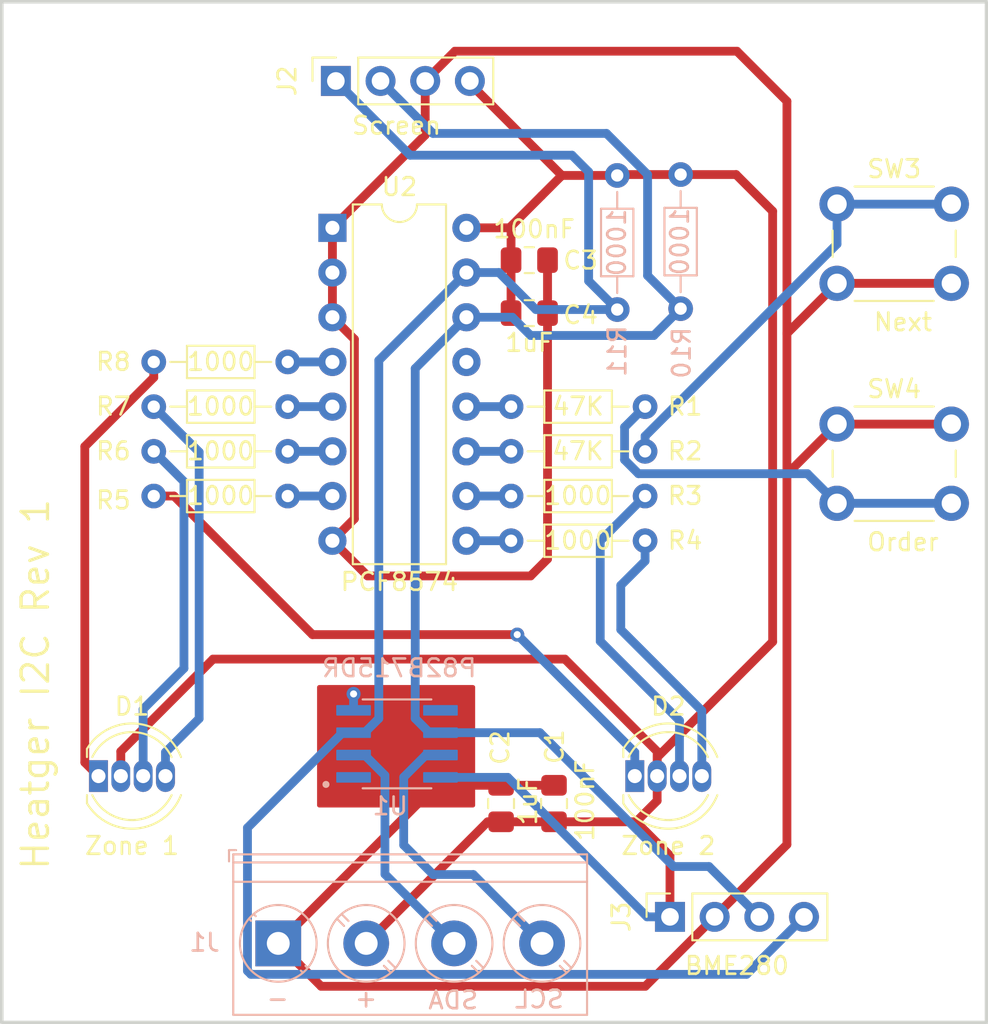
<source format=kicad_pcb>
(kicad_pcb (version 20221018) (generator pcbnew)
  (title_block (title "Hetager I2C") (rev "1"))
  (layers (0 "F.Cu" signal) (31 "B.Cu" signal) (34 "B.Paste" user) (35 "F.Paste" user) (36 "B.SilkS" user "B.Silkscreen") (37 "F.SilkS" user "F.Silkscreen") (38 "B.Mask" user) (39 "F.Mask" user) (44 "Edge.Cuts" user))
  (net 0 "")
  (net 1 "Net-(D1-RK)")
  (net 2 "+5V")
  (net 3 "Net-(D1-GK)")
  (net 4 "Net-(D1-BK)")
  (net 5 "Net-(D2-RK)")
  (net 6 "Net-(D2-GK)")
  (net 7 "Net-(D2-BK)")
  (net 8 "GND")
  (net 9 "Net-(J2-Pin_1)")
  (net 10 "Net-(J2-Pin_2)")
  (net 11 "Net-(U2-P7)")
  (net 12 "Net-(R1-Pad2)")
  (net 13 "Net-(U2-P6)")
  (net 14 "Net-(R2-Pad2)")
  (net 15 "Net-(U2-P5)")
  (net 16 "Net-(U2-P4)")
  (net 17 "Net-(U2-P3)")
  (net 18 "Net-(U2-P2)")
  (net 19 "Net-(U2-P1)")
  (net 20 "Net-(U2-P0)")
  (net 22 "Net-(J1-Pin_4)")
  (net 23 "Net-(J1-Pin_3)")
  (footprint "Button_Switch_THT:SW_PUSH_6mm" (layer "F.Cu") (at 158.5 50.5)
    (fp_text reference "SW3" (at 3.25 -2) (layer "F.SilkS"))
    (fp_text value "Next" (at 3.75 6.7) (layer "F.SilkS"))
    (fp_line (start -0.25 1.5) (end -0.25 3) (stroke (width 0.12)) (layer "F.SilkS"))
    (fp_line (start 1 5.5) (end 5.5 5.5) (stroke (width 0.12)) (layer "F.SilkS"))
    (fp_line (start 5.5 -1) (end 1 -1) (stroke (width 0.12)) (layer "F.SilkS"))
    (fp_line (start 6.75 3) (end 6.75 1.5) (stroke (width 0.12)) (layer "F.SilkS"))
    (pad "1" thru_hole circle (at 0 0 90) (size 2 2) (drill 1.1) (layers "*.Cu" "*.Mask") (net 14 "Net-(R2-Pad2)"))
    (pad "1" thru_hole circle (at 6.5 0 90) (size 2 2) (drill 1.1) (layers "*.Cu" "*.Mask") (net 14 "Net-(R2-Pad2)"))
    (pad "2" thru_hole circle (at 0 4.5 90) (size 2 2) (drill 1.1) (layers "*.Cu" "*.Mask") (net 8 "GND"))
    (pad "2" thru_hole circle (at 6.5 4.5 90) (size 2 2) (drill 1.1) (layers "*.Cu" "*.Mask") (net 8 "GND"))
  )
  (footprint "Capacitor_SMD:C_0805_2012Metric_Pad1.18x1.45mm_HandSolder" (layer "F.Cu") (at 139.3952 84.5605 -90)
    (fp_text reference "C2" (at -3.1789 0.0508 90) (layer "F.SilkS"))
    (fp_text value "1uF" (at -0.1309 -1.524 90) (layer "F.SilkS"))
    (fp_line (start -0.261252 -0.735) (end 0.261252 -0.735) (stroke (width 0.12)) (layer "F.SilkS"))
    (fp_line (start -0.261252 0.735) (end 0.261252 0.735) (stroke (width 0.12)) (layer "F.SilkS"))
    (pad "1" smd roundrect (at -1.0375 0 270) (size 1.175 1.45) (layers "F.Cu" "F.Paste" "F.Mask") (roundrect_rratio 0.2127659574) (net 8 "GND"))
    (pad "2" smd roundrect (at 1.0375 0 270) (size 1.175 1.45) (layers "F.Cu" "F.Paste" "F.Mask") (roundrect_rratio 0.2127659574) (net 2 "+5V"))
  )
  (footprint "Resistor_THT:R_Axial_DIN0204_L3.6mm_D1.6mm_P7.62mm_Horizontal" (layer "F.Cu") (at 139.964 62.007)
    (fp_text reference "R1" (at 9.896 -0.015) (layer "F.SilkS"))
    (fp_text value "47K" (at 3.81 -0.015) (layer "F.SilkS"))
    (fp_line (start 0.94 0) (end 1.89 0) (stroke (width 0.12)) (layer "F.SilkS"))
    (fp_line (start 1.89 -0.92) (end 1.89 0.92) (stroke (width 0.12)) (layer "F.SilkS"))
    (fp_line (start 1.89 0.92) (end 5.73 0.92) (stroke (width 0.12)) (layer "F.SilkS"))
    (fp_line (start 5.73 -0.92) (end 1.89 -0.92) (stroke (width 0.12)) (layer "F.SilkS"))
    (fp_line (start 5.73 0.92) (end 5.73 -0.92) (stroke (width 0.12)) (layer "F.SilkS"))
    (fp_line (start 6.68 0) (end 5.73 0) (stroke (width 0.12)) (layer "F.SilkS"))
    (pad "1" thru_hole circle (at 0 0) (size 1.4 1.4) (drill 0.7) (layers "*.Cu" "*.Mask") (net 11 "Net-(U2-P7)"))
    (pad "2" thru_hole oval (at 7.62 0) (size 1.4 1.4) (drill 0.7) (layers "*.Cu" "*.Mask") (net 12 "Net-(R1-Pad2)"))
  )
  (footprint "MountingHole:MountingHole_2.1mm" (layer "F.Cu") (at 149 73.5)
    (fp_text reference "REF**" hide)
    (fp_text value "MountingHole_2.1mm" hide)
    (pad "" np_thru_hole circle (at 0 0) (size 2.1 2.1) (drill 2.1) (layers "F&B.Cu" "*.Mask"))
  )
  (footprint "Resistor_THT:R_Axial_DIN0204_L3.6mm_D1.6mm_P7.62mm_Horizontal" (layer "F.Cu") (at 127.264 64.547 180)
    (fp_text reference "R6" (at 9.916 0.015 180) (layer "F.SilkS"))
    (fp_text value "1000" (at 3.82 0.015 180) (layer "F.SilkS"))
    (fp_line (start 0.94 0) (end 1.89 0) (stroke (width 0.12)) (layer "F.SilkS"))
    (fp_line (start 1.89 -0.92) (end 1.89 0.92) (stroke (width 0.12)) (layer "F.SilkS"))
    (fp_line (start 1.89 0.92) (end 5.73 0.92) (stroke (width 0.12)) (layer "F.SilkS"))
    (fp_line (start 5.73 -0.92) (end 1.89 -0.92) (stroke (width 0.12)) (layer "F.SilkS"))
    (fp_line (start 5.73 0.92) (end 5.73 -0.92) (stroke (width 0.12)) (layer "F.SilkS"))
    (fp_line (start 6.68 0) (end 5.73 0) (stroke (width 0.12)) (layer "F.SilkS"))
    (pad "1" thru_hole circle (at 0 0 180) (size 1.4 1.4) (drill 0.7) (layers "*.Cu" "*.Mask") (net 18 "Net-(U2-P2)"))
    (pad "2" thru_hole oval (at 7.62 0 180) (size 1.4 1.4) (drill 0.7) (layers "*.Cu" "*.Mask") (net 3 "Net-(D1-GK)"))
  )
  (footprint "Resistor_THT:R_Axial_DIN0204_L3.6mm_D1.6mm_P7.62mm_Horizontal" (layer "F.Cu") (at 139.964 69.627)
    (fp_text reference "R4" (at 9.896 -0.015) (layer "F.SilkS"))
    (fp_text value "1000" (at 3.8 -0.015) (layer "F.SilkS"))
    (fp_line (start 0.94 0) (end 1.89 0) (stroke (width 0.12)) (layer "F.SilkS"))
    (fp_line (start 1.89 -0.92) (end 1.89 0.92) (stroke (width 0.12)) (layer "F.SilkS"))
    (fp_line (start 1.89 0.92) (end 5.73 0.92) (stroke (width 0.12)) (layer "F.SilkS"))
    (fp_line (start 5.73 -0.92) (end 1.89 -0.92) (stroke (width 0.12)) (layer "F.SilkS"))
    (fp_line (start 5.73 0.92) (end 5.73 -0.92) (stroke (width 0.12)) (layer "F.SilkS"))
    (fp_line (start 6.68 0) (end 5.73 0) (stroke (width 0.12)) (layer "F.SilkS"))
    (pad "1" thru_hole circle (at 0 0) (size 1.4 1.4) (drill 0.7) (layers "*.Cu" "*.Mask") (net 16 "Net-(U2-P4)"))
    (pad "2" thru_hole oval (at 7.62 0) (size 1.4 1.4) (drill 0.7) (layers "*.Cu" "*.Mask") (net 7 "Net-(D2-BK)"))
  )
  (footprint "Capacitor_SMD:C_0805_2012Metric_Pad1.18x1.45mm_HandSolder" (layer "F.Cu") (at 140.9993 56.6928)
    (fp_text reference "C4" (at 2.9171 0.1016) (layer "F.SilkS"))
    (fp_text value "1uF" (at 0 1.68) (layer "F.SilkS"))
    (fp_line (start -0.261252 -0.735) (end 0.261252 -0.735) (stroke (width 0.12)) (layer "F.SilkS"))
    (fp_line (start -0.261252 0.735) (end 0.261252 0.735) (stroke (width 0.12)) (layer "F.SilkS"))
    (pad "1" smd roundrect (at -1.0375 0) (size 1.175 1.45) (layers "F.Cu" "F.Paste" "F.Mask") (roundrect_rratio 0.2127659574) (net 2 "+5V"))
    (pad "2" smd roundrect (at 1.0375 0) (size 1.175 1.45) (layers "F.Cu" "F.Paste" "F.Mask") (roundrect_rratio 0.2127659574) (net 8 "GND"))
  )
  (footprint "MountingHole:MountingHole_2.1mm" (layer "F.Cu") (at 114 92.75)
    (fp_text reference "REF**" hide)
    (fp_text value "MountingHole_2.1mm" hide)
    (pad "" np_thru_hole circle (at 0 0) (size 2.1 2.1) (drill 2.1) (layers "F&B.Cu" "*.Mask"))
  )
  (footprint "Resistor_THT:R_Axial_DIN0204_L3.6mm_D1.6mm_P7.62mm_Horizontal" (layer "F.Cu") (at 127.264 67.087 180)
    (fp_text reference "R5" (at 9.916 -0.239 180) (layer "F.SilkS"))
    (fp_text value "1000" (at 3.82 0.015 180) (layer "F.SilkS"))
    (fp_line (start 0.94 0) (end 1.89 0) (stroke (width 0.12)) (layer "F.SilkS"))
    (fp_line (start 1.89 -0.92) (end 1.89 0.92) (stroke (width 0.12)) (layer "F.SilkS"))
    (fp_line (start 1.89 0.92) (end 5.73 0.92) (stroke (width 0.12)) (layer "F.SilkS"))
    (fp_line (start 5.73 -0.92) (end 1.89 -0.92) (stroke (width 0.12)) (layer "F.SilkS"))
    (fp_line (start 5.73 0.92) (end 5.73 -0.92) (stroke (width 0.12)) (layer "F.SilkS"))
    (fp_line (start 6.68 0) (end 5.73 0) (stroke (width 0.12)) (layer "F.SilkS"))
    (pad "1" thru_hole circle (at 0 0 180) (size 1.4 1.4) (drill 0.7) (layers "*.Cu" "*.Mask") (net 17 "Net-(U2-P3)"))
    (pad "2" thru_hole oval (at 7.62 0 180) (size 1.4 1.4) (drill 0.7) (layers "*.Cu" "*.Mask") (net 5 "Net-(D2-RK)"))
  )
  (footprint "MountingHole:MountingHole_2.1mm" (layer "F.Cu") (at 114 42)
    (fp_text reference "REF**" hide)
    (fp_text value "MountingHole_2.1mm" hide)
    (pad "" np_thru_hole circle (at 0 0) (size 2.1 2.1) (drill 2.1) (layers "*.Cu" "*.Mask"))
  )
  (footprint "Capacitor_SMD:C_0805_2012Metric_Pad1.18x1.45mm_HandSolder" (layer "F.Cu") (at 142.4052 84.5605 -90)
    (fp_text reference "C1" (at -3.2297 -0.038 90) (layer "F.SilkS"))
    (fp_text value "100nF" (at -0.1817 -1.7652 90) (layer "F.SilkS"))
    (fp_line (start -0.261252 -0.735) (end 0.261252 -0.735) (stroke (width 0.12)) (layer "F.SilkS"))
    (fp_line (start -0.261252 0.735) (end 0.261252 0.735) (stroke (width 0.12)) (layer "F.SilkS"))
    (pad "1" smd roundrect (at -1.0375 0 270) (size 1.175 1.45) (layers "F.Cu" "F.Paste" "F.Mask") (roundrect_rratio 0.2127659574) (net 8 "GND"))
    (pad "2" smd roundrect (at 1.0375 0 270) (size 1.175 1.45) (layers "F.Cu" "F.Paste" "F.Mask") (roundrect_rratio 0.2127659574) (net 2 "+5V"))
  )
  (footprint "Connector_PinSocket_2.54mm:PinSocket_1x04_P2.54mm_Vertical" (layer "F.Cu") (at 130 43.5 90)
    (fp_text reference "J2" (at 0 -2.77 90) (layer "F.SilkS"))
    (fp_text value "Screen" (at -2.5328 3.4516 180) (layer "F.SilkS"))
    (fp_line (start -1.33 1.27) (end -1.33 8.95) (stroke (width 0.12)) (layer "F.SilkS"))
    (fp_line (start -1.33 1.27) (end 1.33 1.27) (stroke (width 0.12)) (layer "F.SilkS"))
    (fp_line (start -1.33 8.95) (end 1.33 8.95) (stroke (width 0.12)) (layer "F.SilkS"))
    (fp_line (start 0 -1.33) (end 1.33 -1.33) (stroke (width 0.12)) (layer "F.SilkS"))
    (fp_line (start 1.33 -1.33) (end 1.33 0) (stroke (width 0.12)) (layer "F.SilkS"))
    (fp_line (start 1.33 1.27) (end 1.33 8.95) (stroke (width 0.12)) (layer "F.SilkS"))
    (pad "1" thru_hole rect (at 0 0 90) (size 1.7 1.7) (drill 1) (layers "*.Cu" "*.Mask") (net 9 "Net-(J2-Pin_1)"))
    (pad "2" thru_hole oval (at 0 2.54 90) (size 1.7 1.7) (drill 1) (layers "*.Cu" "*.Mask") (net 10 "Net-(J2-Pin_2)"))
    (pad "3" thru_hole oval (at 0 5.08 90) (size 1.7 1.7) (drill 1) (layers "*.Cu" "*.Mask") (net 8 "GND"))
    (pad "4" thru_hole oval (at 0 7.62 90) (size 1.7 1.7) (drill 1) (layers "*.Cu" "*.Mask") (net 2 "+5V"))
  )
  (footprint "Package_DIP:DIP-16_W7.62mm" (layer "F.Cu") (at 129.804 51.847)
    (fp_text reference "U2" (at 3.81 -2.33) (layer "F.SilkS"))
    (fp_text value "PCF8574" (at 3.81 20.11) (layer "F.SilkS"))
    (fp_line (start 1.16 -1.33) (end 1.16 19.11) (stroke (width 0.12)) (layer "F.SilkS"))
    (fp_line (start 1.16 19.11) (end 6.46 19.11) (stroke (width 0.12)) (layer "F.SilkS"))
    (fp_line (start 2.81 -1.33) (end 1.16 -1.33) (stroke (width 0.12)) (layer "F.SilkS"))
    (fp_line (start 6.46 -1.33) (end 4.81 -1.33) (stroke (width 0.12)) (layer "F.SilkS"))
    (fp_line (start 6.46 19.11) (end 6.46 -1.33) (stroke (width 0.12)) (layer "F.SilkS"))
    (fp_arc (start 4.81 -1.33) (mid 3.81 -0.33) (end 2.81 -1.33) (stroke (width 0.12)) (layer "F.SilkS"))
    (pad "1" thru_hole rect (at 0 0) (size 1.6 1.6) (drill 0.8) (layers "*.Cu" "*.Mask") (net 8 "GND"))
    (pad "2" thru_hole oval (at 0 2.54) (size 1.6 1.6) (drill 0.8) (layers "*.Cu" "*.Mask") (net 8 "GND"))
    (pad "3" thru_hole oval (at 0 5.08) (size 1.6 1.6) (drill 0.8) (layers "*.Cu" "*.Mask") (net 8 "GND"))
    (pad "4" thru_hole oval (at 0 7.62) (size 1.6 1.6) (drill 0.8) (layers "*.Cu" "*.Mask") (net 20 "Net-(U2-P0)"))
    (pad "5" thru_hole oval (at 0 10.16) (size 1.6 1.6) (drill 0.8) (layers "*.Cu" "*.Mask") (net 19 "Net-(U2-P1)"))
    (pad "6" thru_hole oval (at 0 12.7) (size 1.6 1.6) (drill 0.8) (layers "*.Cu" "*.Mask") (net 18 "Net-(U2-P2)"))
    (pad "7" thru_hole oval (at 0 15.24) (size 1.6 1.6) (drill 0.8) (layers "*.Cu" "*.Mask") (net 17 "Net-(U2-P3)"))
    (pad "8" thru_hole oval (at 0 17.78) (size 1.6 1.6) (drill 0.8) (layers "*.Cu" "*.Mask") (net 8 "GND"))
    (pad "9" thru_hole oval (at 7.62 17.78) (size 1.6 1.6) (drill 0.8) (layers "*.Cu" "*.Mask") (net 16 "Net-(U2-P4)"))
    (pad "10" thru_hole oval (at 7.62 15.24) (size 1.6 1.6) (drill 0.8) (layers "*.Cu" "*.Mask") (net 15 "Net-(U2-P5)"))
    (pad "11" thru_hole oval (at 7.62 12.7) (size 1.6 1.6) (drill 0.8) (layers "*.Cu" "*.Mask") (net 13 "Net-(U2-P6)"))
    (pad "12" thru_hole oval (at 7.62 10.16) (size 1.6 1.6) (drill 0.8) (layers "*.Cu" "*.Mask") (net 11 "Net-(U2-P7)"))
    (pad "13" thru_hole oval (at 7.62 7.62) (size 1.6 1.6) (drill 0.8) (layers "*.Cu" "*.Mask"))
    (pad "14" thru_hole oval (at 7.62 5.08) (size 1.6 1.6) (drill 0.8) (layers "*.Cu" "*.Mask") (net 10 "Net-(J2-Pin_2)"))
    (pad "15" thru_hole oval (at 7.62 2.54) (size 1.6 1.6) (drill 0.8) (layers "*.Cu" "*.Mask") (net 9 "Net-(J2-Pin_1)"))
    (pad "16" thru_hole oval (at 7.62 0) (size 1.6 1.6) (drill 0.8) (layers "*.Cu" "*.Mask") (net 2 "+5V"))
  )
  (footprint "Connector_PinSocket_2.54mm:PinSocket_1x04_P2.54mm_Vertical" (layer "F.Cu") (at 149 91 90)
    (fp_text reference "J3" (at 0 -2.77 90) (layer "F.SilkS"))
    (fp_text value "BME280" (at -2.7768 3.8064 180) (layer "F.SilkS"))
    (fp_line (start -1.33 1.27) (end -1.33 8.95) (stroke (width 0.12)) (layer "F.SilkS"))
    (fp_line (start -1.33 1.27) (end 1.33 1.27) (stroke (width 0.12)) (layer "F.SilkS"))
    (fp_line (start -1.33 8.95) (end 1.33 8.95) (stroke (width 0.12)) (layer "F.SilkS"))
    (fp_line (start 0 -1.33) (end 1.33 -1.33) (stroke (width 0.12)) (layer "F.SilkS"))
    (fp_line (start 1.33 -1.33) (end 1.33 0) (stroke (width 0.12)) (layer "F.SilkS"))
    (fp_line (start 1.33 1.27) (end 1.33 8.95) (stroke (width 0.12)) (layer "F.SilkS"))
    (pad "1" thru_hole rect (at 0 0 90) (size 1.7 1.7) (drill 1) (layers "*.Cu" "*.Mask") (net 2 "+5V"))
    (pad "2" thru_hole oval (at 0 2.54 90) (size 1.7 1.7) (drill 1) (layers "*.Cu" "*.Mask") (net 8 "GND"))
    (pad "3" thru_hole oval (at 0 5.08 90) (size 1.7 1.7) (drill 1) (layers "*.Cu" "*.Mask") (net 10 "Net-(J2-Pin_2)"))
    (pad "4" thru_hole oval (at 0 7.62 90) (size 1.7 1.7) (drill 1) (layers "*.Cu" "*.Mask") (net 9 "Net-(J2-Pin_1)"))
  )
  (footprint "MountingHole:MountingHole_2.1mm" (layer "F.Cu") (at 149 45)
    (fp_text reference "REF**" hide)
    (fp_text value "MountingHole_2.1mm" hide)
    (pad "" np_thru_hole circle (at 0 0) (size 2.1 2.1) (drill 2.1) (layers "F&B.Cu" "*.Mask"))
  )
  (footprint "Capacitor_SMD:C_0805_2012Metric_Pad1.18x1.45mm_HandSolder" (layer "F.Cu") (at 140.9993 53.6828)
    (fp_text reference "C3" (at 2.9171 0.0128) (layer "F.SilkS"))
    (fp_text value "100nF" (at 0.2755 -1.7652) (layer "F.SilkS"))
    (fp_line (start -0.261252 -0.735) (end 0.261252 -0.735) (stroke (width 0.12)) (layer "F.SilkS"))
    (fp_line (start -0.261252 0.735) (end 0.261252 0.735) (stroke (width 0.12)) (layer "F.SilkS"))
    (pad "1" smd roundrect (at -1.0375 0) (size 1.175 1.45) (layers "F.Cu" "F.Paste" "F.Mask") (roundrect_rratio 0.2127659574) (net 2 "+5V"))
    (pad "2" smd roundrect (at 1.0375 0) (size 1.175 1.45) (layers "F.Cu" "F.Paste" "F.Mask") (roundrect_rratio 0.2127659574) (net 8 "GND"))
  )
  (footprint "LED_THT:LED_D5.0mm-4_RGB" (layer "F.Cu") (at 116.5 83)
    (fp_text reference "D1" (at 1.905 -3.96) (layer "F.SilkS"))
    (fp_text value "Zone 1" (at 1.905 3.96) (layer "F.SilkS"))
    (fp_line (start -0.655 -1.545) (end -0.655 -1.08) (stroke (width 0.12)) (layer "F.SilkS"))
    (fp_line (start -0.655 1.08) (end -0.655 1.545) (stroke (width 0.12)) (layer "F.SilkS"))
    (fp_arc (start -0.655 -1.54483) (mid 2.163456 -2.978809) (end 4.692815 -1.080827) (stroke (width 0.12)) (layer "F.SilkS"))
    (fp_arc (start -0.349684 -1.08) (mid 1.904762 -2.5) (end 4.159479 -1.080429) (stroke (width 0.12)) (layer "F.SilkS"))
    (fp_arc (start 4.159479 1.080429) (mid 1.904762 2.5) (end -0.349684 1.08) (stroke (width 0.12)) (layer "F.SilkS"))
    (fp_arc (start 4.692815 1.080827) (mid 2.163456 2.978808) (end -0.655 1.54483) (stroke (width 0.12)) (layer "F.SilkS"))
    (pad "1" thru_hole rect (at 0 0) (size 1.07 1.8) (drill 0.8) (layers "*.Cu" "*.Mask") (net 1 "Net-(D1-RK)"))
    (pad "2" thru_hole oval (at 1.27 0) (size 1.07 1.8) (drill 0.8) (layers "*.Cu" "*.Mask") (net 2 "+5V"))
    (pad "3" thru_hole oval (at 2.54 0) (size 1.07 1.8) (drill 0.8) (layers "*.Cu" "*.Mask") (net 3 "Net-(D1-GK)"))
    (pad "4" thru_hole oval (at 3.81 0) (size 1.07 1.8) (drill 0.8) (layers "*.Cu" "*.Mask") (net 4 "Net-(D1-BK)"))
  )
  (footprint "Resistor_THT:R_Axial_DIN0204_L3.6mm_D1.6mm_P7.62mm_Horizontal" (layer "F.Cu") (at 139.964 67.087)
    (fp_text reference "R3" (at 9.896 -0.015) (layer "F.SilkS"))
    (fp_text value "1000" (at 3.8 -0.015) (layer "F.SilkS"))
    (fp_line (start 0.94 0) (end 1.89 0) (stroke (width 0.12)) (layer "F.SilkS"))
    (fp_line (start 1.89 -0.92) (end 1.89 0.92) (stroke (width 0.12)) (layer "F.SilkS"))
    (fp_line (start 1.89 0.92) (end 5.73 0.92) (stroke (width 0.12)) (layer "F.SilkS"))
    (fp_line (start 5.73 -0.92) (end 1.89 -0.92) (stroke (width 0.12)) (layer "F.SilkS"))
    (fp_line (start 5.73 0.92) (end 5.73 -0.92) (stroke (width 0.12)) (layer "F.SilkS"))
    (fp_line (start 6.68 0) (end 5.73 0) (stroke (width 0.12)) (layer "F.SilkS"))
    (pad "1" thru_hole circle (at 0 0) (size 1.4 1.4) (drill 0.7) (layers "*.Cu" "*.Mask") (net 15 "Net-(U2-P5)"))
    (pad "2" thru_hole oval (at 7.62 0) (size 1.4 1.4) (drill 0.7) (layers "*.Cu" "*.Mask") (net 6 "Net-(D2-GK)"))
  )
  (footprint "Resistor_THT:R_Axial_DIN0204_L3.6mm_D1.6mm_P7.62mm_Horizontal" (layer "F.Cu") (at 139.964 64.547)
    (fp_text reference "R2" (at 9.896 -0.015) (layer "F.SilkS"))
    (fp_text value "47K" (at 3.8 -0.015) (layer "F.SilkS"))
    (fp_line (start 0.94 0) (end 1.89 0) (stroke (width 0.12)) (layer "F.SilkS"))
    (fp_line (start 1.89 -0.92) (end 1.89 0.92) (stroke (width 0.12)) (layer "F.SilkS"))
    (fp_line (start 1.89 0.92) (end 5.73 0.92) (stroke (width 0.12)) (layer "F.SilkS"))
    (fp_line (start 5.73 -0.92) (end 1.89 -0.92) (stroke (width 0.12)) (layer "F.SilkS"))
    (fp_line (start 5.73 0.92) (end 5.73 -0.92) (stroke (width 0.12)) (layer "F.SilkS"))
    (fp_line (start 6.68 0) (end 5.73 0) (stroke (width 0.12)) (layer "F.SilkS"))
    (pad "1" thru_hole circle (at 0 0) (size 1.4 1.4) (drill 0.7) (layers "*.Cu" "*.Mask") (net 13 "Net-(U2-P6)"))
    (pad "2" thru_hole oval (at 7.62 0) (size 1.4 1.4) (drill 0.7) (layers "*.Cu" "*.Mask") (net 14 "Net-(R2-Pad2)"))
  )
  (footprint "Resistor_THT:R_Axial_DIN0204_L3.6mm_D1.6mm_P7.62mm_Horizontal" (layer "F.Cu") (at 127.264 62.007 180)
    (fp_text reference "R7" (at 9.916 0.015 180) (layer "F.SilkS"))
    (fp_text value "1000" (at 3.82 0.015 180) (layer "F.SilkS"))
    (fp_line (start 0.94 0) (end 1.89 0) (stroke (width 0.12)) (layer "F.SilkS"))
    (fp_line (start 1.89 -0.92) (end 1.89 0.92) (stroke (width 0.12)) (layer "F.SilkS"))
    (fp_line (start 1.89 0.92) (end 5.73 0.92) (stroke (width 0.12)) (layer "F.SilkS"))
    (fp_line (start 5.73 -0.92) (end 1.89 -0.92) (stroke (width 0.12)) (layer "F.SilkS"))
    (fp_line (start 5.73 0.92) (end 5.73 -0.92) (stroke (width 0.12)) (layer "F.SilkS"))
    (fp_line (start 6.68 0) (end 5.73 0) (stroke (width 0.12)) (layer "F.SilkS"))
    (pad "1" thru_hole circle (at 0 0 180) (size 1.4 1.4) (drill 0.7) (layers "*.Cu" "*.Mask") (net 19 "Net-(U2-P1)"))
    (pad "2" thru_hole oval (at 7.62 0 180) (size 1.4 1.4) (drill 0.7) (layers "*.Cu" "*.Mask") (net 4 "Net-(D1-BK)"))
  )
  (footprint "Resistor_THT:R_Axial_DIN0204_L3.6mm_D1.6mm_P7.62mm_Horizontal" (layer "F.Cu") (at 127.264 59.467 180)
    (fp_text reference "R8" (at 9.916 0.015 180) (layer "F.SilkS"))
    (fp_text value "1000" (at 3.81 0.015 180) (layer "F.SilkS"))
    (fp_line (start 0.94 0) (end 1.89 0) (stroke (width 0.12)) (layer "F.SilkS"))
    (fp_line (start 1.89 -0.92) (end 1.89 0.92) (stroke (width 0.12)) (layer "F.SilkS"))
    (fp_line (start 1.89 0.92) (end 5.73 0.92) (stroke (width 0.12)) (layer "F.SilkS"))
    (fp_line (start 5.73 -0.92) (end 1.89 -0.92) (stroke (width 0.12)) (layer "F.SilkS"))
    (fp_line (start 5.73 0.92) (end 5.73 -0.92) (stroke (width 0.12)) (layer "F.SilkS"))
    (fp_line (start 6.68 0) (end 5.73 0) (stroke (width 0.12)) (layer "F.SilkS"))
    (pad "1" thru_hole circle (at 0 0 180) (size 1.4 1.4) (drill 0.7) (layers "*.Cu" "*.Mask") (net 20 "Net-(U2-P0)"))
    (pad "2" thru_hole oval (at 7.62 0 180) (size 1.4 1.4) (drill 0.7) (layers "*.Cu" "*.Mask") (net 1 "Net-(D1-RK)"))
  )
  (footprint "Button_Switch_THT:SW_PUSH_6mm" (layer "F.Cu") (at 158.5 63)
    (fp_text reference "SW4" (at 3.25 -2) (layer "F.SilkS"))
    (fp_text value "Order" (at 3.75 6.7) (layer "F.SilkS"))
    (fp_line (start -0.25 1.5) (end -0.25 3) (stroke (width 0.12)) (layer "F.SilkS"))
    (fp_line (start 1 5.5) (end 5.5 5.5) (stroke (width 0.12)) (layer "F.SilkS"))
    (fp_line (start 5.5 -1) (end 1 -1) (stroke (width 0.12)) (layer "F.SilkS"))
    (fp_line (start 6.75 3) (end 6.75 1.5) (stroke (width 0.12)) (layer "F.SilkS"))
    (pad "1" thru_hole circle (at 0 0 90) (size 2 2) (drill 1.1) (layers "*.Cu" "*.Mask") (net 8 "GND"))
    (pad "1" thru_hole circle (at 6.5 0 90) (size 2 2) (drill 1.1) (layers "*.Cu" "*.Mask") (net 8 "GND"))
    (pad "2" thru_hole circle (at 0 4.5 90) (size 2 2) (drill 1.1) (layers "*.Cu" "*.Mask") (net 12 "Net-(R1-Pad2)"))
    (pad "2" thru_hole circle (at 6.5 4.5 90) (size 2 2) (drill 1.1) (layers "*.Cu" "*.Mask") (net 12 "Net-(R1-Pad2)"))
  )
  (footprint "MountingHole:MountingHole_2.1mm" (layer "F.Cu") (at 163.5 92.75)
    (fp_text reference "REF**" hide)
    (fp_text value "MountingHole_2.1mm" hide)
    (pad "" np_thru_hole circle (at 0 0) (size 2.1 2.1) (drill 2.1) (layers "F&B.Cu" "*.Mask"))
  )
  (footprint "MountingHole:MountingHole_2.1mm" (layer "F.Cu") (at 118.5 73.5)
    (fp_text reference "REF**" hide)
    (fp_text value "MountingHole_2.1mm" hide)
    (pad "" np_thru_hole circle (at 0 0) (size 2.1 2.1) (drill 2.1) (layers "F&B.Cu" "*.Mask"))
  )
  (footprint "MountingHole:MountingHole_2.1mm" (layer "F.Cu") (at 163.5 42)
    (fp_text reference "REF**" hide)
    (fp_text value "MountingHole_2.1mm" hide)
    (pad "" np_thru_hole circle (at 0 0) (size 2.1 2.1) (drill 2.1) (layers "F&B.Cu" "*.Mask"))
  )
  (footprint "LED_THT:LED_D5.0mm-4_RGB" (layer "F.Cu") (at 147 83)
    (fp_text reference "D2" (at 1.905 -3.96) (layer "F.SilkS"))
    (fp_text value "Zone 2" (at 1.905 3.96) (layer "F.SilkS"))
    (fp_line (start -0.655 -1.545) (end -0.655 -1.08) (stroke (width 0.12)) (layer "F.SilkS"))
    (fp_line (start -0.655 1.08) (end -0.655 1.545) (stroke (width 0.12)) (layer "F.SilkS"))
    (fp_arc (start -0.655 -1.54483) (mid 2.163456 -2.978809) (end 4.692815 -1.080827) (stroke (width 0.12)) (layer "F.SilkS"))
    (fp_arc (start -0.349684 -1.08) (mid 1.904762 -2.5) (end 4.159479 -1.080429) (stroke (width 0.12)) (layer "F.SilkS"))
    (fp_arc (start 4.159479 1.080429) (mid 1.904762 2.5) (end -0.349684 1.08) (stroke (width 0.12)) (layer "F.SilkS"))
    (fp_arc (start 4.692815 1.080827) (mid 2.163456 2.978808) (end -0.655 1.54483) (stroke (width 0.12)) (layer "F.SilkS"))
    (pad "1" thru_hole rect (at 0 0) (size 1.07 1.8) (drill 0.8) (layers "*.Cu" "*.Mask") (net 5 "Net-(D2-RK)"))
    (pad "2" thru_hole oval (at 1.27 0) (size 1.07 1.8) (drill 0.8) (layers "*.Cu" "*.Mask") (net 2 "+5V"))
    (pad "3" thru_hole oval (at 2.54 0) (size 1.07 1.8) (drill 0.8) (layers "*.Cu" "*.Mask") (net 6 "Net-(D2-GK)"))
    (pad "4" thru_hole oval (at 3.81 0) (size 1.07 1.8) (drill 0.8) (layers "*.Cu" "*.Mask") (net 7 "Net-(D2-BK)"))
  )
  (footprint "MountingHole:MountingHole_2.1mm" (layer "F.Cu") (at 118.5 45)
    (fp_text reference "REF**" hide)
    (fp_text value "MountingHole_2.1mm" hide)
    (pad "" np_thru_hole circle (at 0 0) (size 2.1 2.1) (drill 2.1) (layers "F&B.Cu" "*.Mask"))
  )
  (footprint "Resistor_THT:R_Axial_DIN0204_L3.6mm_D1.6mm_P7.62mm_Horizontal" (layer "B.Cu") (at 145.9996 56.4896 90)
    (fp_text reference "R11" (at -2.3622 0.0004 90) (layer "B.SilkS") (effects (justify mirror)))
    (fp_text value "1000" (at 3.81 -0.025 90) (layer "B.SilkS") (effects (justify mirror)))
    (fp_line (start 0.94 0) (end 1.89 0) (stroke (width 0.12)) (layer "B.SilkS"))
    (fp_line (start 1.89 -0.92) (end 5.73 -0.92) (stroke (width 0.12)) (layer "B.SilkS"))
    (fp_line (start 1.89 0.92) (end 1.89 -0.92) (stroke (width 0.12)) (layer "B.SilkS"))
    (fp_line (start 5.73 -0.92) (end 5.73 0.92) (stroke (width 0.12)) (layer "B.SilkS"))
    (fp_line (start 5.73 0.92) (end 1.89 0.92) (stroke (width 0.12)) (layer "B.SilkS"))
    (fp_line (start 6.68 0) (end 5.73 0) (stroke (width 0.12)) (layer "B.SilkS"))
    (pad "1" thru_hole circle (at 0 0 90) (size 1.4 1.4) (drill 0.7) (layers "*.Cu" "*.Mask") (net 9 "Net-(J2-Pin_1)"))
    (pad "2" thru_hole oval (at 7.62 0 90) (size 1.4 1.4) (drill 0.7) (layers "*.Cu" "*.Mask") (net 2 "+5V"))
  )
  (footprint "Resistor_THT:R_Axial_DIN0204_L3.6mm_D1.6mm_P7.62mm_Horizontal" (layer "B.Cu") (at 149.606 56.4388 90)
    (fp_text reference "R10" (at -2.5146 0.0508 90) (layer "B.SilkS") (effects (justify mirror)))
    (fp_text value "1000" (at 3.81 -0.0508 90) (layer "B.SilkS") (effects (justify mirror)))
    (fp_line (start 0.94 0) (end 1.89 0) (stroke (width 0.12)) (layer "B.SilkS"))
    (fp_line (start 1.89 -0.92) (end 5.73 -0.92) (stroke (width 0.12)) (layer "B.SilkS"))
    (fp_line (start 1.89 0.92) (end 1.89 -0.92) (stroke (width 0.12)) (layer "B.SilkS"))
    (fp_line (start 5.73 -0.92) (end 5.73 0.92) (stroke (width 0.12)) (layer "B.SilkS"))
    (fp_line (start 5.73 0.92) (end 1.89 0.92) (stroke (width 0.12)) (layer "B.SilkS"))
    (fp_line (start 6.68 0) (end 5.73 0) (stroke (width 0.12)) (layer "B.SilkS"))
    (pad "1" thru_hole circle (at 0 0 90) (size 1.4 1.4) (drill 0.7) (layers "*.Cu" "*.Mask") (net 10 "Net-(J2-Pin_2)"))
    (pad "2" thru_hole oval (at 7.62 0 90) (size 1.4 1.4) (drill 0.7) (layers "*.Cu" "*.Mask") (net 2 "+5V"))
  )
  (footprint "TerminalBlock_Phoenix:TerminalBlock_Phoenix_PT-1,5-4-5.0-H_1x04_P5.00mm_Horizontal" (layer "B.Cu") (at 126.7244 92.5068)
    (fp_text reference "J1" (at -4.1948 -0.0508) (layer "B.SilkS") (effects (justify mirror)))
    (fp_text value "~")
    (fp_line (start -2.8 -5.3) (end -2.4 -5.3) (stroke (width 0.12)) (layer "B.SilkS"))
    (fp_line (start -2.8 -4.66) (end -2.8 -5.3) (stroke (width 0.12)) (layer "B.SilkS"))
    (fp_line (start -2.56 -5.06) (end 17.561 -5.06) (stroke (width 0.12)) (layer "B.SilkS"))
    (fp_line (start -2.56 -4.6) (end 17.561 -4.6) (stroke (width 0.12)) (layer "B.SilkS"))
    (fp_line (start -2.56 -3.5) (end 17.561 -3.5) (stroke (width 0.12)) (layer "B.SilkS"))
    (fp_line (start -2.56 4.06) (end -2.56 -5.06) (stroke (width 0.12)) (layer "B.SilkS"))
    (fp_line (start -2.56 4.06) (end 17.561 4.06) (stroke (width 0.12)) (layer "B.SilkS"))
    (fp_line (start -1.548 -1.281) (end -1.654 -1.388) (stroke (width 0.12)) (layer "B.SilkS"))
    (fp_line (start -1.282 -1.547) (end -1.388 -1.654) (stroke (width 0.12)) (layer "B.SilkS"))
    (fp_line (start 1.388 1.654) (end 1.281 1.547) (stroke (width 0.12)) (layer "B.SilkS"))
    (fp_line (start 1.654 1.388) (end 1.547 1.281) (stroke (width 0.12)) (layer "B.SilkS"))
    (fp_line (start 3.742 -0.992) (end 3.347 -1.388) (stroke (width 0.12)) (layer "B.SilkS"))
    (fp_line (start 3.993 -1.274) (end 3.613 -1.654) (stroke (width 0.12)) (layer "B.SilkS"))
    (fp_line (start 6.388 1.654) (end 6.008 1.274) (stroke (width 0.12)) (layer "B.SilkS"))
    (fp_line (start 6.654 1.388) (end 6.259 0.992) (stroke (width 0.12)) (layer "B.SilkS"))
    (fp_line (start 8.742 -0.992) (end 8.347 -1.388) (stroke (width 0.12)) (layer "B.SilkS"))
    (fp_line (start 8.993 -1.274) (end 8.613 -1.654) (stroke (width 0.12)) (layer "B.SilkS"))
    (fp_line (start 11.388 1.654) (end 11.008 1.274) (stroke (width 0.12)) (layer "B.SilkS"))
    (fp_line (start 11.654 1.388) (end 11.259 0.992) (stroke (width 0.12)) (layer "B.SilkS"))
    (fp_line (start 13.742 -0.992) (end 13.347 -1.388) (stroke (width 0.12)) (layer "B.SilkS"))
    (fp_line (start 13.993 -1.274) (end 13.613 -1.654) (stroke (width 0.12)) (layer "B.SilkS"))
    (fp_line (start 16.388 1.654) (end 16.008 1.274) (stroke (width 0.12)) (layer "B.SilkS"))
    (fp_line (start 16.654 1.388) (end 16.259 0.992) (stroke (width 0.12)) (layer "B.SilkS"))
    (fp_line (start 17.561 4.06) (end 17.561 -5.06) (stroke (width 0.12)) (layer "B.SilkS"))
    (fp_circle (center 0 0) (end 2.18 0) (stroke (width 0.12)) (fill none) (layer "B.SilkS"))
    (fp_circle (center 5 0) (end 7.18 0) (stroke (width 0.12)) (fill none) (layer "B.SilkS"))
    (fp_circle (center 10 0) (end 12.18 0) (stroke (width 0.12)) (fill none) (layer "B.SilkS"))
    (fp_circle (center 15 0) (end 17.18 0) (stroke (width 0.12)) (fill none) (layer "B.SilkS"))
    (pad "1" thru_hole rect (at 0 0) (size 2.6 2.6) (drill 1.3) (layers "*.Cu" "*.Mask") (net 8 "GND"))
    (pad "2" thru_hole circle (at 5 0) (size 2.6 2.6) (drill 1.3) (layers "*.Cu" "*.Mask") (net 2 "+5V"))
    (pad "3" thru_hole circle (at 10 0) (size 2.6 2.6) (drill 1.3) (layers "*.Cu" "*.Mask") (net 23 "Net-(J1-Pin_3)"))
    (pad "4" thru_hole circle (at 15 0) (size 2.6 2.6) (drill 1.3) (layers "*.Cu" "*.Mask") (net 22 "Net-(J1-Pin_4)"))
  )
  (footprint "Autre:SOIC127P599X175-8N" (layer "B.Cu") (at 133.477 81.169)
    (fp_text reference "U1" (at -0.385 3.537 180) (layer "B.SilkS") (effects (justify mirror)))
    (fp_text value "P82B715DR" (at 0.127 -4.3086 180) (layer "B.SilkS") (effects (justify mirror)))
    (fp_line (start -1.95 -2.525) (end 1.95 -2.525) (stroke (width 0.127)) (layer "B.SilkS"))
    (fp_line (start -1.95 2.525) (end 1.95 2.525) (stroke (width 0.127)) (layer "B.SilkS"))
    (fp_circle (center -4.04 2.305) (end -3.94 2.305) (stroke (width 0.2)) (fill none) (layer "B.SilkS"))
    (pad "1" smd roundrect (at -2.47 1.905) (size 1.97 0.6) (layers "B.Cu" "B.Paste" "B.Mask") (roundrect_rratio 0.07))
    (pad "2" smd roundrect (at -2.47 0.635) (size 1.97 0.6) (layers "B.Cu" "B.Paste" "B.Mask") (roundrect_rratio 0.07) (net 23 "Net-(J1-Pin_3)"))
    (pad "3" smd roundrect (at -2.47 -0.635) (size 1.97 0.6) (layers "B.Cu" "B.Paste" "B.Mask") (roundrect_rratio 0.07) (net 9 "Net-(J2-Pin_1)"))
    (pad "4" smd roundrect (at -2.47 -1.905) (size 1.97 0.6) (layers "B.Cu" "B.Paste" "B.Mask") (roundrect_rratio 0.07) (net 8 "GND"))
    (pad "5" smd roundrect (at 2.47 -1.905) (size 1.97 0.6) (layers "B.Cu" "B.Paste" "B.Mask") (roundrect_rratio 0.07))
    (pad "6" smd roundrect (at 2.47 -0.635) (size 1.97 0.6) (layers "B.Cu" "B.Paste" "B.Mask") (roundrect_rratio 0.07) (net 10 "Net-(J2-Pin_2)"))
    (pad "7" smd roundrect (at 2.47 0.635) (size 1.97 0.6) (layers "B.Cu" "B.Paste" "B.Mask") (roundrect_rratio 0.07) (net 22 "Net-(J1-Pin_4)"))
    (pad "8" smd roundrect (at 2.47 1.905) (size 1.97 0.6) (layers "B.Cu" "B.Paste" "B.Mask") (roundrect_rratio 0.07) (net 2 "+5V"))
  )
  (gr_rect (start 111 39) (end 167 97) (stroke (width 0.2)) (fill none) (layer "Edge.Cuts"))
  (gr_text "+\n" (at 132.4356 96.2152) (layer "B.SilkS") (effects (font (size 1 1)) (justify left bottom mirror)))
  (gr_text "SDA\n" (at 138.176 96.3168) (layer "B.SilkS") (effects (font (size 1 1)) (justify left bottom mirror)))
  (gr_text "SCL\n" (at 143.0528 96.266) (layer "B.SilkS") (effects (font (size 1 1)) (justify left bottom mirror)))
  (gr_text "-\n" (at 127.4064 96.2152) (layer "B.SilkS") (effects (font (size 1 1)) (justify left bottom mirror)))
  (gr_text "Heatger I2C Rev 1" (at 113.792 88.4428 90) (layer "F.SilkS") (effects (font (size 1.5 1.5) (thickness 0.1875)) (justify left bottom)))
  (segment (start 115.7224 64.272) (end 119.644 60.3504) (width 0.5) (layer "F.Cu") (net 1))
  (segment (start 116.5 83) (end 115.7224 82.2224) (width 0.5) (layer "F.Cu") (net 1))
  (segment (start 119.644 60.3504) (end 119.644 59.467) (width 0.5) (layer "F.Cu") (net 1))
  (segment (start 115.7224 82.2224) (end 115.7224 64.272) (width 0.5) (layer "F.Cu") (net 1))
  (segment (start 142.85 48.8696) (end 141.6979 50.0215) (width 0.5) (layer "F.Cu") (net 2))
  (segment (start 138.633 85.598) (end 139.3952 85.598) (width 0.5) (layer "F.Cu") (net 2))
  (segment (start 117.77 81.6) (end 123.018 76.3524) (width 0.5) (layer "F.Cu") (net 2))
  (segment (start 143.022 76.3524) (end 148.27 81.6) (width 0.5) (layer "F.Cu") (net 2))
  (segment (start 139.872 51.847) (end 137.424 51.847) (width 0.5) (layer "F.Cu") (net 2))
  (segment (start 131.7242 92.5066) (end 138.633 85.598) (width 0.5) (layer "F.Cu") (net 2))
  (segment (start 146 48.8696) (end 145.9996 48.8696) (width 0.5) (layer "F.Cu") (net 2))
  (segment (start 123.018 76.3524) (end 143.022 76.3524) (width 0.5) (layer "F.Cu") (net 2))
  (segment (start 148.27 83) (end 148.27 81.935) (width 0.5) (layer "F.Cu") (net 2))
  (segment (start 139.9618 51.9368) (end 139.872 51.847) (width 0.5) (layer "F.Cu") (net 2))
  (segment (start 139.3952 85.598) (end 142.4052 85.598) (width 0.5) (layer "F.Cu") (net 2))
  (segment (start 142.85 48.8696) (end 137.62 43.64) (width 0.5) (layer "F.Cu") (net 2))
  (segment (start 139.9618 53.6828) (end 139.9618 56.6928) (width 0.5) (layer "F.Cu") (net 2))
  (segment (start 141.6979 50.0215) (end 139.872 51.847) (width 0.5) (layer "F.Cu") (net 2))
  (segment (start 148.27 84.4) (end 148.27 83) (width 0.5) (layer "F.Cu") (net 2))
  (segment (start 149.606 48.8188) (end 146.05 48.8188) (width 0.5) (layer "F.Cu") (net 2))
  (segment (start 154.838 50.9012) (end 152.756 48.8188) (width 0.5) (layer "F.Cu") (net 2))
  (segment (start 147.072 85.598) (end 148.27 84.4) (width 0.5) (layer "F.Cu") (net 2))
  (segment (start 148.27 81.935) (end 148.27 83) (width 0.5) (layer "F.Cu") (net 2))
  (segment (start 145.9996 48.8696) (end 142.85 48.8696) (width 0.5) (layer "F.Cu") (net 2))
  (segment (start 149 87.526) (end 149 91) (width 0.5) (layer "F.Cu") (net 2))
  (segment (start 148.27 81.6) (end 148.27 81.935) (width 0.5) (layer "F.Cu") (net 2))
  (segment (start 139.9618 53.6828) (end 139.9618 51.9368) (width 0.5) (layer "F.Cu") (net 2))
  (segment (start 152.756 48.8188) (end 149.606 48.8188) (width 0.5) (layer "F.Cu") (net 2))
  (segment (start 154.838 75.3666) (end 154.838 50.9012) (width 0.5) (layer "F.Cu") (net 2))
  (segment (start 142.4052 85.598) (end 147.072 85.598) (width 0.5) (layer "F.Cu") (net 2))
  (segment (start 146.05 48.8188) (end 146 48.8696) (width 0.5) (layer "F.Cu") (net 2))
  (segment (start 148.27 81.935) (end 154.838 75.3666) (width 0.5) (layer "F.Cu") (net 2))
  (segment (start 117.77 83) (end 117.77 81.6) (width 0.5) (layer "F.Cu") (net 2))
  (segment (start 147.072 85.598) (end 149 87.526) (width 0.5) (layer "F.Cu") (net 2))
  (segment (start 137.62 43.64) (end 137.62 43.5) (width 0.5) (layer "F.Cu") (net 2))
  (segment (start 149 91) (end 147.6981 91) (width 0.5) (layer "B.Cu") (net 2))
  (segment (start 147.6981 91) (end 139.7721 83.074) (width 0.5) (layer "B.Cu") (net 2))
  (segment (start 139.7721 83.074) (end 135.947 83.074) (width 0.5) (layer "B.Cu") (net 2))
  (segment (start 119.04 79.198) (end 121.3612 76.8768) (width 0.5) (layer "B.Cu") (net 3))
  (segment (start 121.3612 76.8768) (end 121.3612 66.2642) (width 0.5) (layer "B.Cu") (net 3))
  (segment (start 121.3612 66.2642) (end 119.644 64.547) (width 0.5) (layer "B.Cu") (net 3))
  (segment (start 119.04 83) (end 119.04 79.198) (width 0.5) (layer "B.Cu") (net 3))
  (segment (start 122.2248 64.5878) (end 119.644 62.007) (width 0.5) (layer "B.Cu") (net 4))
  (segment (start 120.31 83) (end 120.31 81.6481) (width 0.5) (layer "B.Cu") (net 4))
  (segment (start 122.2248 79.7333) (end 122.2248 64.5878) (width 0.5) (layer "B.Cu") (net 4))
  (segment (start 120.31 81.6481) (end 122.2248 79.7333) (width 0.5) (layer "B.Cu") (net 4))
  (segment (start 128.6701 74.9612) (end 120.7959 67.087) (width 0.5) (layer "F.Cu") (net 5))
  (segment (start 140.3131 74.9612) (end 128.6701 74.9612) (width 0.5) (layer "F.Cu") (net 5))
  (segment (start 120.7959 67.087) (end 119.644 67.087) (width 0.5) (layer "F.Cu") (net 5))
  (via (at 140.3131 74.9612) (size 0.8) (drill 0.4) (layers "F.Cu" "B.Cu") (net 5))
  (segment (start 140.3131 74.9612) (end 147 81.6481) (width 0.5) (layer "B.Cu") (net 5))
  (segment (start 147 81.6481) (end 147 83) (width 0.5) (layer "B.Cu") (net 5))
  (segment (start 145.034 69.637) (end 147.584 67.087) (width 0.5) (layer "B.Cu") (net 6))
  (segment (start 145.034 75.3364) (end 145.034 69.637) (width 0.5) (layer "B.Cu") (net 6))
  (segment (start 149.54 83) (end 149.54 79.8424) (width 0.5) (layer "B.Cu") (net 6))
  (segment (start 149.54 79.8424) (end 145.034 75.3364) (width 0.5) (layer "B.Cu") (net 6))
  (segment (start 147.584 70.7789) (end 147.584 69.627) (width 0.5) (layer "B.Cu") (net 7))
  (segment (start 146.2024 72.1605) (end 147.584 70.7789) (width 0.5) (layer "B.Cu") (net 7))
  (segment (start 146.2024 74.676) (end 146.2024 72.1605) (width 0.5) (layer "B.Cu") (net 7))
  (segment (start 150.81 79.2836) (end 146.2024 74.676) (width 0.5) (layer "B.Cu") (net 7))
  (segment (start 150.81 83) (end 150.81 79.2836) (width 0.5) (layer "B.Cu") (net 7))
  (segment (start 155.651 57.8488) (end 155.651 44.6532) (width 0.5) (layer "F.Cu") (net 8))
  (segment (start 158.5 55) (end 165 55) (width 0.5) (layer "F.Cu") (net 8))
  (segment (start 142.405 83.523) (end 142.4052 83.523) (width 0.5) (layer "F.Cu") (net 8))
  (segment (start 137.015 83.523) (end 137.008 83.5152) (width 0.5) (layer "F.Cu") (net 8))
  (segment (start 129.804 56.927) (end 129.804 54.387) (width 0.5) (layer "F.Cu") (net 8))
  (segment (start 135.716 83.5152) (end 126.724 92.5068) (width 0.5) (layer "F.Cu") (net 8))
  (segment (start 136.772 41.8084) (end 135.08 43.5) (width 0.5) (layer "F.Cu") (net 8))
  (segment (start 131.054 68.377) (end 129.804 69.627) (width 0.5) (layer "F.Cu") (net 8))
  (segment (start 131.805 71.628) (end 129.804 69.627) (width 0.5) (layer "F.Cu") (net 8))
  (segment (start 147.595 94.9452) (end 151.54 91) (width 0.5) (layer "F.Cu") (net 8))
  (segment (start 155.651 44.6532) (end 152.806 41.8084) (width 0.5) (layer "F.Cu") (net 8))
  (segment (start 126.7244 92.5069) (end 126.7244 92.5068) (width 0.5) (layer "F.Cu") (net 8))
  (segment (start 155.651 65.8488) (end 158.5 63) (width 0.5) (layer "F.Cu") (net 8))
  (segment (start 127.9435 93.726) (end 129.163 94.9452) (width 0.5) (layer "F.Cu") (net 8))
  (segment (start 129.163 94.9452) (end 147.595 94.9452) (width 0.5) (layer "F.Cu") (net 8))
  (segment (start 126.724 92.5068) (end 127.9435 93.726) (width 0.5) (layer "F.Cu") (net 8))
  (segment (start 142.0368 70.6628) (end 141.0716 71.628) (width 0.5) (layer "F.Cu") (net 8))
  (segment (start 141.0716 71.628) (end 131.805 71.628) (width 0.5) (layer "F.Cu") (net 8))
  (segment (start 135.08 43.5) (end 135.08 46.571) (width 0.5) (layer "F.Cu") (net 8))
  (segment (start 129.804 56.927) (end 131.054 58.177) (width 0.5) (layer "F.Cu") (net 8))
  (segment (start 142.405 83.523) (end 139.3952 83.523) (width 0.5) (layer "F.Cu") (net 8))
  (segment (start 155.651 65.8488) (end 155.651 57.8488) (width 0.5) (layer "F.Cu") (net 8))
  (segment (start 127.9435 93.726) (end 126.7244 92.5069) (width 0.5) (layer "F.Cu") (net 8))
  (segment (start 155.651 86.8888) (end 155.651 65.8488) (width 0.5) (layer "F.Cu") (net 8))
  (segment (start 151.54 91) (end 155.651 86.8888) (width 0.5) (layer "F.Cu") (net 8))
  (segment (start 152.806 41.8084) (end 136.772 41.8084) (width 0.5) (layer "F.Cu") (net 8))
  (segment (start 131.054 58.177) (end 131.054 68.377) (width 0.5) (layer "F.Cu") (net 8))
  (segment (start 137.008 83.5152) (end 135.716 83.5152) (width 0.5) (layer "F.Cu") (net 8))
  (segment (start 129.804 51.847) (end 129.804 54.387) (width 0.5) (layer "F.Cu") (net 8))
  (segment (start 158.5 63) (end 165 63) (width 0.5) (layer "F.Cu") (net 8))
  (segment (start 135.08 46.571) (end 129.804 51.847) (width 0.5) (layer "F.Cu") (net 8))
  (segment (start 142.0368 53.6828) (end 142.0368 56.6928) (width 0.5) (layer "F.Cu") (net 8))
  (segment (start 139.3952 83.523) (end 137.015 83.523) (width 0.5) (layer "F.Cu") (net 8))
  (segment (start 155.651 57.8488) (end 158.5 55) (width 0.5) (layer "F.Cu") (net 8))
  (segment (start 142.0368 53.6828) (end 142.0368 70.6628) (width 0.5) (layer "F.Cu") (net 8))
  (via (at 131.007 78.3319) (size 0.8) (drill 0.4) (layers "F.Cu" "B.Cu") (net 8))
  (segment (start 131.007 79.264) (end 131.007 78.3319) (width 0.5) (layer "B.Cu") (net 8))
  (segment (start 143.427 47.7196) (end 134.22 47.7196) (width 0.5) (layer "B.Cu") (net 9))
  (segment (start 131.007 80.534) (end 131.634 80.534) (width 0.5) (layer "B.Cu") (net 9))
  (segment (start 132.442 59.3788) (end 137.424 54.3968) (width 0.5) (layer "B.Cu") (net 9))
  (segment (start 124.9725 85.9388) (end 124.9725 94.0676) (width 0.5) (layer "B.Cu") (net 9))
  (segment (start 131.634 80.534) (end 132.442 79.7258) (width 0.5) (layer "B.Cu") (net 9))
  (segment (start 141.376 56.4896) (end 142.8496 56.4896) (width 0.5) (layer "B.Cu") (net 9))
  (segment (start 134.22 47.7196) (end 130 43.5) (width 0.5) (layer "B.Cu") (net 9))
  (segment (start 146 56.4896) (end 144.374 54.8636) (width 0.5) (layer "B.Cu") (net 9))
  (segment (start 144.374 54.8636) (end 144.374 48.6664) (width 0.5) (layer "B.Cu") (net 9))
  (segment (start 153.3542 94.2658) (end 156.62 91) (width 0.5) (layer "B.Cu") (net 9))
  (segment (start 124.9725 94.0676) (end 125.1707 94.2658) (width 0.5) (layer "B.Cu") (net 9))
  (segment (start 145.9996 56.4896) (end 146 56.4896) (width 0.5) (layer "B.Cu") (net 9))
  (segment (start 137.424 54.387) (end 139.274 54.387) (width 0.5) (layer "B.Cu") (net 9))
  (segment (start 132.442 79.7258) (end 132.442 59.3788) (width 0.5) (layer "B.Cu") (net 9))
  (segment (start 125.1707 94.2658) (end 153.3542 94.2658) (width 0.5) (layer "B.Cu") (net 9))
  (segment (start 131.007 80.534) (end 130.3773 80.534) (width 0.5) (layer "B.Cu") (net 9))
  (segment (start 130.3773 80.534) (end 124.9725 85.9388) (width 0.5) (layer "B.Cu") (net 9))
  (segment (start 142.8496 56.4896) (end 145.9996 56.4896) (width 0.5) (layer "B.Cu") (net 9))
  (segment (start 144.374 48.6664) (end 143.427 47.7196) (width 0.5) (layer "B.Cu") (net 9))
  (segment (start 139.274 54.387) (end 141.376 56.4896) (width 0.5) (layer "B.Cu") (net 9))
  (segment (start 137.424 54.3968) (end 137.424 54.387) (width 0.5) (layer "B.Cu") (net 9))
  (segment (start 135.32 80.534) (end 134.512 79.7258) (width 0.5) (layer "B.Cu") (net 10))
  (segment (start 135.947 80.534) (end 141.603 80.534) (width 0.5) (layer "B.Cu") (net 10))
  (segment (start 140.036 56.927) (end 141.072 57.9628) (width 0.5) (layer "B.Cu") (net 10))
  (segment (start 135.947 80.534) (end 135.32 80.534) (width 0.5) (layer "B.Cu") (net 10))
  (segment (start 147.726 54.5592) (end 147.726 48.8188) (width 0.5) (layer "B.Cu") (net 10))
  (segment (start 134.512 59.839) (end 137.424 56.927) (width 0.5) (layer "B.Cu") (net 10))
  (segment (start 134.512 79.7258) (end 134.512 59.839) (width 0.5) (layer "B.Cu") (net 10))
  (segment (start 148.082 57.9628) (end 149.606 56.4388) (width 0.5) (layer "B.Cu") (net 10))
  (segment (start 141.603 80.534) (end 149.2075 88.1385) (width 0.5) (layer "B.Cu") (net 10))
  (segment (start 141.072 57.9628) (end 148.082 57.9628) (width 0.5) (layer "B.Cu") (net 10))
  (segment (start 135.522 46.482) (end 132.54 43.5) (width 0.5) (layer "B.Cu") (net 10))
  (segment (start 145.39 46.482) (end 135.522 46.482) (width 0.5) (layer "B.Cu") (net 10))
  (segment (start 151.2185 88.1385) (end 154.08 91) (width 0.5) (layer "B.Cu") (net 10))
  (segment (start 149.2075 88.1385) (end 151.2185 88.1385) (width 0.5) (layer "B.Cu") (net 10))
  (segment (start 147.726 48.8188) (end 145.39 46.482) (width 0.5) (layer "B.Cu") (net 10))
  (segment (start 149.606 56.4388) (end 147.726 54.5592) (width 0.5) (layer "B.Cu") (net 10))
  (segment (start 137.424 56.927) (end 140.036 56.927) (width 0.5) (layer "B.Cu") (net 10))
  (segment (start 137.424 62.007) (end 139.964 62.007) (width 0.5) (layer "B.Cu") (net 11))
  (segment (start 156.817 65.817) (end 158.5 67.5) (width 0.5) (layer "B.Cu") (net 12))
  (segment (start 146.4181 63.1729) (end 146.4181 65.0286) (width 0.5) (layer "B.Cu") (net 12))
  (segment (start 147.584 62.007) (end 146.4181 63.1729) (width 0.5) (layer "B.Cu") (net 12))
  (segment (start 158.5 67.5) (end 165 67.5) (width 0.5) (layer "B.Cu") (net 12))
  (segment (start 146.4181 65.0286) (end 147.2065 65.817) (width 0.5) (layer "B.Cu") (net 12))
  (segment (start 147.2065 65.817) (end 156.817 65.817) (width 0.5) (layer "B.Cu") (net 12))
  (segment (start 137.424 64.547) (end 139.964 64.547) (width 0.5) (layer "B.Cu") (net 13))
  (segment (start 147.584 63.6831) (end 158.5 52.7671) (width 0.5) (layer "B.Cu") (net 14))
  (segment (start 147.584 64.547) (end 147.584 63.6831) (width 0.5) (layer "B.Cu") (net 14))
  (segment (start 158.5 52.7671) (end 158.5 50.5) (width 0.5) (layer "B.Cu") (net 14))
  (segment (start 158.5 50.5) (end 165 50.5) (width 0.5) (layer "B.Cu") (net 14))
  (segment (start 137.424 67.087) (end 139.964 67.087) (width 0.5) (layer "B.Cu") (net 15))
  (segment (start 137.424 69.627) (end 139.964 69.627) (width 0.5) (layer "B.Cu") (net 16))
  (segment (start 129.804 67.087) (end 127.264 67.087) (width 0.5) (layer "B.Cu") (net 17))
  (segment (start 129.804 64.547) (end 127.264 64.547) (width 0.5) (layer "B.Cu") (net 18))
  (segment (start 129.804 62.007) (end 127.264 62.007) (width 0.5) (layer "B.Cu") (net 19))
  (segment (start 129.804 59.467) (end 127.264 59.467) (width 0.5) (layer "B.Cu") (net 20))
  (segment (start 133.858 86.9188) (end 135.534 88.5952) (width 0.5) (layer "B.Cu") (net 22))
  (segment (start 133.858 83.062) (end 133.858 86.9188) (width 0.5) (layer "B.Cu") (net 22))
  (segment (start 135.534 88.5952) (end 137.813 88.5952) (width 0.5) (layer "B.Cu") (net 22))
  (segment (start 141.7244 92.5068) (end 141.724 92.5068) (width 0.5) (layer "B.Cu") (net 22))
  (segment (start 135.116 81.804) (end 133.858 83.062) (width 0.5) (layer "B.Cu") (net 22))
  (segment (start 137.813 88.5952) (end 141.724 92.5068) (width 0.5) (layer "B.Cu") (net 22))
  (segment (start 135.947 81.804) (end 135.116 81.804) (width 0.5) (layer "B.Cu") (net 22))
  (segment (start 136.7244 92.5068) (end 136.724 92.5068) (width 0.5) (layer "B.Cu") (net 23))
  (segment (start 136.724 92.5068) (end 132.791 88.5736) (width 0.5) (layer "B.Cu") (net 23))
  (segment (start 132.791 82.9614) (end 131.634 81.804) (width 0.5) (layer "B.Cu") (net 23))
  (segment (start 132.791 88.5736) (end 132.791 82.9614) (width 0.5) (layer "B.Cu") (net 23))
  (segment (start 131.634 81.804) (end 131.007 81.804) (width 0.5) (layer "B.Cu") (net 23))
  (zone (net 8) (net_name "GND") (layer "F.Cu") (connect_pads (clearance 0.5)) (min_thickness 0.25) (fill yes (thermal_gap 0.5) (thermal_bridge_width 0.5))
    (polygon (pts (xy 128.9304 77.8256) (xy 137.922 77.8256) (xy 137.922 84.7852) (xy 128.9304 84.7852)))
  )
)
</source>
